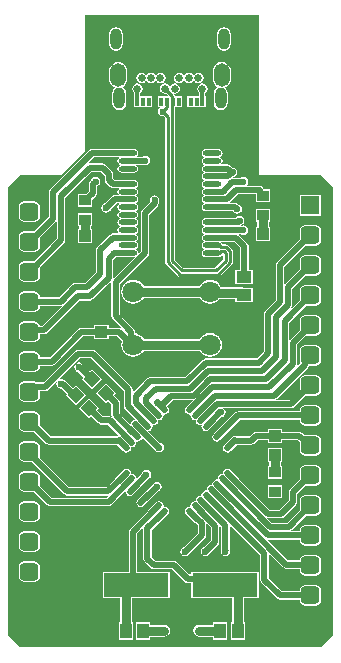
<source format=gtl>
G04*
G04 #@! TF.GenerationSoftware,Altium Limited,Altium Designer,20.0.13 (296)*
G04*
G04 Layer_Physical_Order=1*
G04 Layer_Color=255*
%FSLAX44Y44*%
%MOMM*%
G71*
G01*
G75*
%ADD10C,0.2500*%
%ADD14R,1.3000X1.0000*%
%ADD15R,1.0000X1.0000*%
%ADD16O,1.5500X0.5000*%
%ADD17R,5.5000X2.0000*%
G04:AMPARAMS|DCode=18|XSize=0.55mm|YSize=1.45mm|CornerRadius=0mm|HoleSize=0mm|Usage=FLASHONLY|Rotation=45.000|XOffset=0mm|YOffset=0mm|HoleType=Round|Shape=Round|*
%AMOVALD18*
21,1,0.9000,0.5500,0.0000,0.0000,135.0*
1,1,0.5500,0.3182,-0.3182*
1,1,0.5500,-0.3182,0.3182*
%
%ADD18OVALD18*%

G04:AMPARAMS|DCode=19|XSize=0.55mm|YSize=1.45mm|CornerRadius=0mm|HoleSize=0mm|Usage=FLASHONLY|Rotation=135.000|XOffset=0mm|YOffset=0mm|HoleType=Round|Shape=Round|*
%AMOVALD19*
21,1,0.9000,0.5500,0.0000,0.0000,225.0*
1,1,0.5500,0.3182,0.3182*
1,1,0.5500,-0.3182,-0.3182*
%
%ADD19OVALD19*%

%ADD20P,1.4142X4X90.0*%
%ADD21R,0.3300X0.7300*%
%ADD22R,1.0000X0.9000*%
%ADD23R,1.0000X1.3000*%
%ADD40C,0.5000*%
%ADD41C,0.3000*%
%ADD42C,0.8000*%
%ADD43C,0.2540*%
%ADD44C,1.8000*%
%ADD45R,1.5000X1.5000*%
G04:AMPARAMS|DCode=46|XSize=1.6mm|YSize=1.5mm|CornerRadius=0.375mm|HoleSize=0mm|Usage=FLASHONLY|Rotation=180.000|XOffset=0mm|YOffset=0mm|HoleType=Round|Shape=RoundedRectangle|*
%AMROUNDEDRECTD46*
21,1,1.6000,0.7500,0,0,180.0*
21,1,0.8500,1.5000,0,0,180.0*
1,1,0.7500,-0.4250,0.3750*
1,1,0.7500,0.4250,0.3750*
1,1,0.7500,0.4250,-0.3750*
1,1,0.7500,-0.4250,-0.3750*
%
%ADD46ROUNDEDRECTD46*%
%ADD47O,1.3300X1.9800*%
%ADD48C,0.6800*%
%ADD49O,0.9500X1.8000*%
%ADD50C,0.6000*%
G36*
X217000Y405000D02*
X270000Y405000D01*
X280000Y395000D01*
Y15000D01*
X270000Y5000D01*
X15000D01*
X10000Y10000D01*
X5000Y15000D01*
Y395000D01*
X15000Y405000D01*
X50000Y405000D01*
X70000Y425000D01*
X70000Y540000D01*
X217000D01*
Y405000D01*
D02*
G37*
%LPC*%
G36*
X187750Y530113D02*
X185506Y529666D01*
X183605Y528396D01*
X182334Y526493D01*
X181887Y524250D01*
Y515750D01*
X182334Y513507D01*
X183605Y511604D01*
X185506Y510334D01*
X187750Y509887D01*
X189993Y510334D01*
X191896Y511604D01*
X193166Y513507D01*
X193613Y515750D01*
Y524250D01*
X193166Y526493D01*
X191896Y528396D01*
X189993Y529666D01*
X187750Y530113D01*
D02*
G37*
G36*
X96250D02*
X94006Y529666D01*
X92105Y528396D01*
X90834Y526493D01*
X90387Y524250D01*
Y515750D01*
X90834Y513507D01*
X92105Y511604D01*
X94006Y510334D01*
X96250Y509887D01*
X98493Y510334D01*
X100395Y511604D01*
X101666Y513507D01*
X102113Y515750D01*
Y524250D01*
X101666Y526493D01*
X100395Y528396D01*
X98493Y529666D01*
X96250Y530113D01*
D02*
G37*
G36*
X134000Y491486D02*
X132283Y491145D01*
X130828Y490172D01*
X130000Y488933D01*
X129172Y490172D01*
X127717Y491145D01*
X126000Y491486D01*
X124283Y491145D01*
X122828Y490172D01*
X122000Y488933D01*
X121172Y490172D01*
X119717Y491145D01*
X118000Y491486D01*
X116283Y491145D01*
X114828Y490172D01*
X113855Y488717D01*
X113514Y487000D01*
X113855Y485283D01*
X114828Y483828D01*
X116283Y482855D01*
X118000Y482514D01*
X119717Y482855D01*
X121172Y483828D01*
X122000Y485067D01*
X122828Y483828D01*
X124283Y482855D01*
X126000Y482514D01*
X127717Y482855D01*
X129172Y483828D01*
X130000Y485067D01*
X130828Y483828D01*
X132283Y482855D01*
X134000Y482514D01*
X135717Y482855D01*
X137172Y483828D01*
X138145Y485283D01*
X138486Y487000D01*
X138145Y488717D01*
X137172Y490172D01*
X135717Y491145D01*
X134000Y491486D01*
D02*
G37*
G36*
X166000D02*
X164283Y491145D01*
X162828Y490172D01*
X162000Y488933D01*
X161172Y490172D01*
X159717Y491145D01*
X158000Y491486D01*
X156283Y491145D01*
X154828Y490172D01*
X154000Y488933D01*
X153172Y490172D01*
X151717Y491145D01*
X150000Y491486D01*
X148283Y491145D01*
X146828Y490172D01*
X145855Y488717D01*
X145514Y487000D01*
X145855Y485283D01*
X146828Y483828D01*
X148283Y482855D01*
X150000Y482514D01*
X151717Y482855D01*
X153172Y483828D01*
X154000Y485067D01*
X154828Y483828D01*
X156283Y482855D01*
X158000Y482514D01*
X159717Y482855D01*
X161172Y483828D01*
X162000Y485067D01*
X162828Y483828D01*
X164283Y482855D01*
X166000Y482514D01*
X167717Y482855D01*
X169172Y483828D01*
X170145Y485283D01*
X170486Y487000D01*
X170145Y488717D01*
X169172Y490172D01*
X167717Y491145D01*
X166000Y491486D01*
D02*
G37*
G36*
X146000Y482486D02*
X144283Y482145D01*
X142828Y481172D01*
X142000Y479933D01*
X141172Y481172D01*
X139717Y482145D01*
X138000Y482486D01*
X136283Y482145D01*
X134828Y481172D01*
X133855Y479717D01*
X133514Y478000D01*
X133855Y476283D01*
X134828Y474828D01*
X136283Y473855D01*
X138000Y473514D01*
X138996Y473712D01*
X141158Y471550D01*
X131850D01*
Y462250D01*
X134676D01*
X134439Y462203D01*
X133116Y461319D01*
X132232Y459996D01*
X131922Y458435D01*
X132232Y456874D01*
X133116Y455551D01*
X134439Y454667D01*
X136000Y454357D01*
X136672Y454490D01*
X137915Y453246D01*
Y330764D01*
X138092Y329878D01*
X138593Y329127D01*
X148897Y318824D01*
X149399Y318488D01*
X149648Y318322D01*
X150534Y318146D01*
X182386D01*
X183272Y318322D01*
X184023Y318824D01*
X194487Y329287D01*
X194988Y330038D01*
X195165Y330924D01*
Y340208D01*
X194988Y341094D01*
X194822Y341343D01*
X194487Y341845D01*
X190925Y345407D01*
X190174Y345908D01*
X189288Y346085D01*
X186403D01*
X186297Y346616D01*
X185523Y347773D01*
X184913Y348181D01*
X196772D01*
X201431Y343522D01*
Y324500D01*
X197500D01*
Y312500D01*
X212500D01*
Y324500D01*
X208569D01*
Y345000D01*
X208297Y346366D01*
X207523Y347523D01*
X200773Y354273D01*
X200163Y354681D01*
X201767D01*
X202439Y354232D01*
X204000Y353922D01*
X205561Y354232D01*
X206884Y355116D01*
X207768Y356439D01*
X208078Y358000D01*
X207768Y359561D01*
X206884Y360884D01*
X205561Y361768D01*
X204000Y362078D01*
X202694Y361819D01*
X201663D01*
X202163Y362153D01*
X202561Y362232D01*
X203884Y363116D01*
X204768Y364439D01*
X205078Y366000D01*
X204768Y367561D01*
X203884Y368884D01*
X202561Y369768D01*
X201000Y370078D01*
X199439Y369768D01*
X198116Y368884D01*
X197738Y368319D01*
X172500D01*
X171134Y368047D01*
X169977Y367273D01*
X169203Y366116D01*
X168931Y364750D01*
X169203Y363384D01*
X169977Y362227D01*
X171064Y361500D01*
X169977Y360773D01*
X169203Y359616D01*
X168931Y358250D01*
X169203Y356884D01*
X169977Y355727D01*
X171064Y355000D01*
X169977Y354273D01*
X169203Y353116D01*
X168931Y351750D01*
X169203Y350384D01*
X169977Y349227D01*
X171064Y348500D01*
X169977Y347773D01*
X169203Y346616D01*
X168931Y345250D01*
X169203Y343884D01*
X169977Y342727D01*
X171064Y342000D01*
X169977Y341273D01*
X169203Y340116D01*
X168931Y338750D01*
X169203Y337384D01*
X169977Y336227D01*
X171134Y335453D01*
X172500Y335181D01*
X183000D01*
X184366Y335453D01*
X185523Y336227D01*
X186297Y337384D01*
X186403Y337915D01*
X186863D01*
X186996Y337783D01*
Y333349D01*
X179961Y326315D01*
X152959D01*
X146084Y333189D01*
Y462250D01*
X152150D01*
Y471550D01*
X146434D01*
Y471861D01*
X146258Y472747D01*
X145757Y473498D01*
X145676Y473578D01*
X146000Y473514D01*
X147717Y473855D01*
X149172Y474828D01*
X150145Y476283D01*
X150486Y478000D01*
X150145Y479717D01*
X149172Y481172D01*
X147717Y482145D01*
X146000Y482486D01*
D02*
G37*
G36*
X169500D02*
X167783Y482145D01*
X166328Y481172D01*
X165355Y479717D01*
X165014Y478000D01*
X165355Y476283D01*
X166328Y474828D01*
X166951Y474411D01*
Y471550D01*
X156850D01*
Y462250D01*
X172150D01*
Y471550D01*
X172049D01*
Y474411D01*
X172672Y474828D01*
X173645Y476283D01*
X173986Y478000D01*
X173645Y479717D01*
X172672Y481172D01*
X171217Y482145D01*
X169500Y482486D01*
D02*
G37*
G36*
X114500D02*
X112783Y482145D01*
X111328Y481172D01*
X110355Y479717D01*
X110014Y478000D01*
X110355Y476283D01*
X111328Y474828D01*
X111951Y474411D01*
Y471550D01*
X111850D01*
Y462250D01*
X127150D01*
Y471550D01*
X117049D01*
Y474411D01*
X117672Y474828D01*
X118645Y476283D01*
X118986Y478000D01*
X118645Y479717D01*
X117672Y481172D01*
X116217Y482145D01*
X114500Y482486D01*
D02*
G37*
G36*
X185900Y500466D02*
X183903Y500203D01*
X182042Y499432D01*
X180444Y498206D01*
X179218Y496608D01*
X178447Y494747D01*
X178184Y492750D01*
Y486250D01*
X178447Y484253D01*
X179218Y482392D01*
X180444Y480794D01*
X182042Y479568D01*
X182638Y479321D01*
X180805Y478096D01*
X179534Y476194D01*
X179087Y473950D01*
Y465450D01*
X179534Y463206D01*
X180805Y461305D01*
X182706Y460034D01*
X184950Y459587D01*
X187194Y460034D01*
X189095Y461305D01*
X190366Y463206D01*
X190813Y465450D01*
Y473950D01*
X190366Y476194D01*
X189095Y478096D01*
X187989Y478835D01*
X189758Y479568D01*
X191356Y480794D01*
X192582Y482392D01*
X193353Y484253D01*
X193616Y486250D01*
Y492750D01*
X193353Y494747D01*
X192582Y496608D01*
X191356Y498206D01*
X189758Y499432D01*
X187897Y500203D01*
X185900Y500466D01*
D02*
G37*
G36*
X98100D02*
X96103Y500203D01*
X94242Y499432D01*
X92644Y498206D01*
X91418Y496608D01*
X90647Y494747D01*
X90384Y492750D01*
Y486250D01*
X90647Y484253D01*
X91418Y482392D01*
X92644Y480794D01*
X94242Y479568D01*
X96011Y478835D01*
X94904Y478096D01*
X93634Y476194D01*
X93187Y473950D01*
Y465450D01*
X93634Y463206D01*
X94904Y461305D01*
X96806Y460034D01*
X99050Y459587D01*
X101293Y460034D01*
X103195Y461305D01*
X104466Y463206D01*
X104913Y465450D01*
Y473950D01*
X104466Y476194D01*
X103195Y478096D01*
X101362Y479321D01*
X101958Y479568D01*
X103556Y480794D01*
X104782Y482392D01*
X105553Y484253D01*
X105816Y486250D01*
Y492750D01*
X105553Y494747D01*
X104782Y496608D01*
X103556Y498206D01*
X101958Y499432D01*
X100097Y500203D01*
X98100Y500466D01*
D02*
G37*
G36*
X111500Y426819D02*
X76250D01*
X74884Y426547D01*
X73727Y425773D01*
X40477Y392523D01*
X39703Y391366D01*
X39431Y390000D01*
Y369378D01*
X27046Y356993D01*
X18750D01*
X16897Y356624D01*
X15325Y355574D01*
X14276Y354003D01*
X13907Y352150D01*
Y344650D01*
X14276Y342797D01*
X15325Y341226D01*
X16897Y340176D01*
X18750Y339807D01*
X27250D01*
X29103Y340176D01*
X30675Y341226D01*
X31724Y342797D01*
X32093Y344650D01*
Y351946D01*
X45523Y365377D01*
X46297Y366534D01*
X46431Y367211D01*
Y350978D01*
X27046Y331593D01*
X18750D01*
X16897Y331224D01*
X15325Y330174D01*
X14276Y328603D01*
X13907Y326750D01*
Y319250D01*
X14276Y317397D01*
X15325Y315826D01*
X16897Y314776D01*
X18750Y314407D01*
X27250D01*
X29103Y314776D01*
X30675Y315826D01*
X31724Y317397D01*
X32093Y319250D01*
Y326546D01*
X52523Y346977D01*
X53297Y348134D01*
X53569Y349500D01*
Y385522D01*
X75478Y407431D01*
X83522D01*
X87056Y403897D01*
Y400625D01*
X87328Y399259D01*
X88102Y398102D01*
X91477Y394727D01*
X92634Y393953D01*
X94000Y393681D01*
X99087D01*
X98477Y393273D01*
X97703Y392116D01*
X97431Y390750D01*
X97703Y389384D01*
X98477Y388227D01*
X99087Y387819D01*
X95521D01*
X94155Y387547D01*
X92997Y386773D01*
X87129Y380905D01*
X86439Y380768D01*
X85116Y379884D01*
X84232Y378561D01*
X83922Y377000D01*
X84232Y375439D01*
X85116Y374116D01*
X86439Y373232D01*
X88000Y372922D01*
X89561Y373232D01*
X90884Y374116D01*
X91768Y375439D01*
X91771Y375453D01*
X96999Y380681D01*
X99087D01*
X98477Y380273D01*
X97703Y379116D01*
X97431Y377750D01*
X97703Y376384D01*
X98477Y375227D01*
X99564Y374500D01*
X98477Y373773D01*
X97703Y372616D01*
X97431Y371250D01*
X97703Y369884D01*
X98477Y368727D01*
X99564Y368000D01*
X98477Y367273D01*
X97703Y366116D01*
X97431Y364750D01*
X97703Y363384D01*
X98477Y362227D01*
X99564Y361500D01*
X98477Y360773D01*
X97703Y359616D01*
X97431Y358250D01*
X97703Y356884D01*
X98477Y355727D01*
X99087Y355319D01*
X93750D01*
X92384Y355047D01*
X91227Y354273D01*
X80477Y343523D01*
X79703Y342366D01*
X79431Y341000D01*
Y322478D01*
X70522Y313569D01*
X62000D01*
X60634Y313297D01*
X59477Y312523D01*
X48122Y301169D01*
X32093D01*
Y301350D01*
X31724Y303203D01*
X30675Y304774D01*
X29103Y305824D01*
X27250Y306193D01*
X18750D01*
X16897Y305824D01*
X15325Y304774D01*
X14276Y303203D01*
X13907Y301350D01*
Y293850D01*
X14276Y291997D01*
X15325Y290425D01*
X16897Y289376D01*
X18750Y289007D01*
X27250D01*
X29103Y289376D01*
X30675Y290425D01*
X31724Y291997D01*
X32093Y293850D01*
Y294031D01*
X49600D01*
X50966Y294303D01*
X51842Y294888D01*
X34077Y277124D01*
X31860D01*
X31724Y277803D01*
X30675Y279375D01*
X29103Y280424D01*
X27250Y280793D01*
X18750D01*
X16897Y280424D01*
X15325Y279375D01*
X14276Y277803D01*
X13907Y275950D01*
Y268450D01*
X14276Y266597D01*
X15325Y265026D01*
X16897Y263976D01*
X18750Y263607D01*
X27250D01*
X29103Y263976D01*
X30675Y265026D01*
X31724Y266597D01*
X32093Y268450D01*
Y269986D01*
X35555D01*
X36921Y270258D01*
X38078Y271032D01*
X65478Y298431D01*
X74000D01*
X75366Y298703D01*
X76523Y299477D01*
X92523Y315477D01*
X93297Y316634D01*
X93569Y318000D01*
Y332522D01*
X96228Y335181D01*
X111500D01*
X112292Y335339D01*
X93477Y316523D01*
X92703Y315366D01*
X92431Y314000D01*
Y285000D01*
X92703Y283634D01*
X93477Y282477D01*
X105264Y270689D01*
Y270448D01*
X101189Y274523D01*
X100031Y275297D01*
X98666Y275569D01*
X90000D01*
Y278000D01*
X78000D01*
Y275569D01*
X67000D01*
X65634Y275297D01*
X64477Y274523D01*
X40322Y250369D01*
X32093D01*
Y250550D01*
X31724Y252403D01*
X30675Y253974D01*
X29103Y255024D01*
X27250Y255393D01*
X18750D01*
X16897Y255024D01*
X15325Y253974D01*
X14276Y252403D01*
X13907Y250550D01*
Y243050D01*
X14276Y241197D01*
X15325Y239625D01*
X16897Y238576D01*
X18750Y238207D01*
X27250D01*
X29103Y238576D01*
X30675Y239625D01*
X31724Y241197D01*
X32093Y243050D01*
Y243231D01*
X41800D01*
X43166Y243503D01*
X44323Y244277D01*
X68478Y268431D01*
X78000D01*
Y266000D01*
X90000D01*
Y268431D01*
X97187D01*
X101477Y264142D01*
X101257Y263610D01*
X100914Y261000D01*
X101257Y258389D01*
X102265Y255957D01*
X103868Y253868D01*
X105957Y252265D01*
X108390Y251257D01*
X111000Y250914D01*
X113610Y251257D01*
X116043Y252265D01*
X118132Y253868D01*
X119693Y255902D01*
X167307D01*
X168868Y253868D01*
X170957Y252265D01*
X173389Y251257D01*
X176000Y250914D01*
X178610Y251257D01*
X181043Y252265D01*
X183132Y253868D01*
X184735Y255957D01*
X185743Y258389D01*
X186086Y261000D01*
X185743Y263610D01*
X184735Y266043D01*
X183132Y268132D01*
X181043Y269735D01*
X178610Y270743D01*
X176000Y271086D01*
X173389Y270743D01*
X170957Y269735D01*
X168868Y268132D01*
X167307Y266098D01*
X119693D01*
X118132Y268132D01*
X116043Y269735D01*
X113610Y270743D01*
X112401Y270902D01*
Y272167D01*
X112130Y273533D01*
X111356Y274691D01*
X99569Y286478D01*
Y312522D01*
X123184Y336138D01*
X123958Y337295D01*
X124230Y338661D01*
Y370977D01*
X131523Y378271D01*
X132297Y379428D01*
X132569Y380794D01*
Y381641D01*
X132768Y381939D01*
X133078Y383500D01*
X132768Y385061D01*
X131884Y386384D01*
X130561Y387268D01*
X129000Y387578D01*
X127439Y387268D01*
X126116Y386384D01*
X125232Y385061D01*
X124922Y383500D01*
X125210Y382051D01*
X118138Y374978D01*
X117364Y373821D01*
X117093Y372455D01*
Y340139D01*
X114911Y337958D01*
X115069Y338750D01*
X114797Y340116D01*
X114023Y341273D01*
X112936Y342000D01*
X114023Y342727D01*
X114797Y343884D01*
X115069Y345250D01*
X114797Y346616D01*
X114023Y347773D01*
X112936Y348500D01*
X114023Y349227D01*
X114797Y350384D01*
X115069Y351750D01*
X114797Y353116D01*
X114023Y354273D01*
X112936Y355000D01*
X114023Y355727D01*
X114797Y356884D01*
X115069Y358250D01*
X114797Y359616D01*
X114023Y360773D01*
X112936Y361500D01*
X114023Y362227D01*
X114797Y363384D01*
X115069Y364750D01*
X114797Y366116D01*
X114023Y367273D01*
X112936Y368000D01*
X114023Y368727D01*
X114797Y369884D01*
X115069Y371250D01*
X114797Y372616D01*
X114023Y373773D01*
X112936Y374500D01*
X114023Y375227D01*
X114797Y376384D01*
X115069Y377750D01*
X114797Y379116D01*
X114023Y380273D01*
X112936Y381000D01*
X114023Y381727D01*
X114797Y382884D01*
X115069Y384250D01*
X114797Y385616D01*
X114023Y386773D01*
X112936Y387500D01*
X114023Y388227D01*
X114797Y389384D01*
X115069Y390750D01*
X114797Y392116D01*
X114023Y393273D01*
X112936Y394000D01*
X114023Y394727D01*
X114797Y395884D01*
X115069Y397250D01*
X114797Y398616D01*
X114023Y399773D01*
X112866Y400547D01*
X111500Y400819D01*
X95478D01*
X94194Y402103D01*
Y405375D01*
X93922Y406741D01*
X93148Y407898D01*
X87523Y413523D01*
X86366Y414297D01*
X85000Y414569D01*
X74000D01*
X72634Y414297D01*
X71758Y413712D01*
X77728Y419681D01*
X99087D01*
X98477Y419273D01*
X97703Y418116D01*
X97431Y416750D01*
X97703Y415384D01*
X98477Y414227D01*
X99564Y413500D01*
X98477Y412773D01*
X97703Y411616D01*
X97431Y410250D01*
X97703Y408884D01*
X98477Y407727D01*
X99634Y406953D01*
X101000Y406681D01*
X111500D01*
X112866Y406953D01*
X114023Y407727D01*
X114797Y408884D01*
X115069Y410250D01*
X114797Y411616D01*
X114023Y412773D01*
X113413Y413181D01*
X119694D01*
X121000Y412922D01*
X122561Y413232D01*
X123884Y414116D01*
X124768Y415439D01*
X125078Y417000D01*
X124768Y418561D01*
X123884Y419884D01*
X122561Y420768D01*
X121000Y421078D01*
X119439Y420768D01*
X118767Y420319D01*
X113413D01*
X114023Y420727D01*
X114797Y421884D01*
X115069Y423250D01*
X114797Y424616D01*
X114023Y425773D01*
X112866Y426547D01*
X111500Y426819D01*
D02*
G37*
G36*
X183000D02*
X172500D01*
X171134Y426547D01*
X169977Y425773D01*
X169203Y424616D01*
X168931Y423250D01*
X169203Y421884D01*
X169977Y420727D01*
X171064Y420000D01*
X169977Y419273D01*
X169203Y418116D01*
X168931Y416750D01*
X169203Y415384D01*
X169977Y414227D01*
X171064Y413500D01*
X169977Y412773D01*
X169203Y411616D01*
X168931Y410250D01*
X169203Y408884D01*
X169977Y407727D01*
X171064Y407000D01*
X169977Y406273D01*
X169203Y405116D01*
X168931Y403750D01*
X169203Y402384D01*
X169977Y401227D01*
X171064Y400500D01*
X169977Y399773D01*
X169203Y398616D01*
X168931Y397250D01*
X169203Y395884D01*
X169977Y394727D01*
X171064Y394000D01*
X169977Y393273D01*
X169203Y392116D01*
X168931Y390750D01*
X169203Y389384D01*
X169977Y388227D01*
X171064Y387500D01*
X169977Y386773D01*
X169203Y385616D01*
X168931Y384250D01*
X169203Y382884D01*
X169977Y381727D01*
X171064Y381000D01*
X169977Y380273D01*
X169203Y379116D01*
X168931Y377750D01*
X169203Y376384D01*
X169977Y375227D01*
X171134Y374453D01*
X172500Y374181D01*
X195404D01*
X196116Y373116D01*
X197439Y372232D01*
X199000Y371922D01*
X200561Y372232D01*
X201884Y373116D01*
X202768Y374439D01*
X203078Y376000D01*
X202768Y377561D01*
X201884Y378884D01*
X200561Y379768D01*
X199871Y379905D01*
X199503Y380273D01*
X198345Y381047D01*
X196979Y381319D01*
X192163D01*
X192773Y381727D01*
X199478Y388431D01*
X215000D01*
Y381750D01*
X227000D01*
Y392750D01*
X221834D01*
X221797Y392937D01*
X221023Y394094D01*
X220594Y394523D01*
X219437Y395297D01*
X218071Y395569D01*
X206064D01*
X206884Y396116D01*
X207768Y397439D01*
X208078Y399000D01*
X207768Y400561D01*
X206884Y401884D01*
X205561Y402768D01*
X204000Y403078D01*
X202439Y402768D01*
X201855Y402377D01*
X194939D01*
X195603Y403042D01*
X196561Y403232D01*
X197884Y404116D01*
X198768Y405439D01*
X199078Y407000D01*
X198768Y408561D01*
X197884Y409884D01*
X196561Y410768D01*
X195125Y411053D01*
X193405Y412773D01*
X192248Y413547D01*
X190882Y413819D01*
X184913D01*
X185523Y414227D01*
X186297Y415384D01*
X186569Y416750D01*
X186297Y418116D01*
X185523Y419273D01*
X184436Y420000D01*
X185523Y420727D01*
X186297Y421884D01*
X186569Y423250D01*
X186297Y424616D01*
X185523Y425773D01*
X184366Y426547D01*
X183000Y426819D01*
D02*
G37*
G36*
X79000Y403078D02*
X77439Y402768D01*
X76116Y401884D01*
X75232Y400561D01*
X75162Y400209D01*
X74563Y399610D01*
X73790Y398452D01*
X73518Y397087D01*
Y391315D01*
X70953Y388750D01*
X64000D01*
Y377750D01*
X76000D01*
Y383703D01*
X79610Y387313D01*
X80384Y388471D01*
X80655Y389837D01*
Y395295D01*
X81884Y396116D01*
X82768Y397439D01*
X83078Y399000D01*
X82768Y400561D01*
X81884Y401884D01*
X80561Y402768D01*
X79000Y403078D01*
D02*
G37*
G36*
X269500Y387500D02*
X252500D01*
Y370500D01*
X269500D01*
Y387500D01*
D02*
G37*
G36*
X27250Y382393D02*
X18750D01*
X16897Y382024D01*
X15325Y380975D01*
X14276Y379403D01*
X13907Y377550D01*
Y370050D01*
X14276Y368197D01*
X15325Y366626D01*
X16897Y365576D01*
X18750Y365207D01*
X27250D01*
X29103Y365576D01*
X30675Y366626D01*
X31724Y368197D01*
X32093Y370050D01*
Y377550D01*
X31724Y379403D01*
X30675Y380975D01*
X29103Y382024D01*
X27250Y382393D01*
D02*
G37*
G36*
X227000Y376250D02*
X215000D01*
Y365250D01*
X215902D01*
Y361000D01*
X215000D01*
Y349000D01*
X227000D01*
Y361000D01*
X226098D01*
Y365250D01*
X227000D01*
Y376250D01*
D02*
G37*
G36*
X76000Y372250D02*
X64000D01*
Y361250D01*
X64902D01*
Y359000D01*
X64000D01*
Y347000D01*
X76000D01*
Y359000D01*
X75098D01*
Y361250D01*
X76000D01*
Y372250D01*
D02*
G37*
G36*
X176000Y316086D02*
X173389Y315743D01*
X170957Y314735D01*
X168868Y313132D01*
X167307Y311098D01*
X119693D01*
X118132Y313132D01*
X116043Y314735D01*
X113610Y315743D01*
X111000Y316086D01*
X108390Y315743D01*
X105957Y314735D01*
X103868Y313132D01*
X102265Y311043D01*
X101257Y308610D01*
X100914Y306000D01*
X101257Y303389D01*
X102265Y300957D01*
X103868Y298868D01*
X105957Y297265D01*
X108390Y296257D01*
X111000Y295914D01*
X113610Y296257D01*
X116043Y297265D01*
X118132Y298868D01*
X119693Y300902D01*
X167307D01*
X168868Y298868D01*
X170957Y297265D01*
X173389Y296257D01*
X176000Y295914D01*
X178610Y296257D01*
X181043Y297265D01*
X183132Y298868D01*
X183542Y299402D01*
X197500D01*
Y297500D01*
X212500D01*
Y309500D01*
X204492D01*
X204000Y309598D01*
X185334D01*
X184735Y311043D01*
X183132Y313132D01*
X181043Y314735D01*
X178610Y315743D01*
X176000Y316086D01*
D02*
G37*
G36*
X65000Y246078D02*
X63439Y245768D01*
X62116Y244884D01*
X61232Y243561D01*
X60922Y242000D01*
X61232Y240439D01*
X62116Y239116D01*
X63439Y238232D01*
X64415Y238038D01*
X69327Y233126D01*
X67858Y231657D01*
X76343Y223172D01*
X84828Y231657D01*
X76343Y240142D01*
X74374Y238173D01*
X68329Y244218D01*
X67884Y244884D01*
X66561Y245768D01*
X65000Y246078D01*
D02*
G37*
G36*
X265250Y362193D02*
X256750D01*
X254897Y361824D01*
X253326Y360774D01*
X252276Y359203D01*
X251907Y357350D01*
Y350054D01*
X232719Y330866D01*
X231946Y329708D01*
X231674Y328343D01*
Y298721D01*
X222477Y289523D01*
X221703Y288366D01*
X221431Y287000D01*
Y255478D01*
X215522Y249569D01*
X172515D01*
X171149Y249297D01*
X169991Y248523D01*
X155037Y233569D01*
X125000D01*
X123634Y233297D01*
X122477Y232523D01*
X110477Y220523D01*
X110367Y220359D01*
Y223202D01*
X110095Y224568D01*
X109321Y225725D01*
X79523Y255523D01*
X78366Y256297D01*
X77000Y256569D01*
X64000D01*
X62634Y256297D01*
X61477Y255523D01*
X35150Y229197D01*
X29743D01*
X29103Y229624D01*
X27250Y229993D01*
X18750D01*
X16897Y229624D01*
X15325Y228575D01*
X14276Y227003D01*
X13907Y225150D01*
Y217650D01*
X14276Y215797D01*
X15325Y214226D01*
X16897Y213176D01*
X18750Y212807D01*
X27250D01*
X29103Y213176D01*
X30675Y214226D01*
X31724Y215797D01*
X32093Y217650D01*
Y222060D01*
X36628D01*
X37994Y222331D01*
X39152Y223105D01*
X65478Y249431D01*
X75522D01*
X103230Y221724D01*
Y208798D01*
X103501Y207432D01*
X104275Y206275D01*
X113047Y197503D01*
X112645Y197583D01*
X111181Y197292D01*
X109941Y196463D01*
X109112Y195222D01*
X108821Y193759D01*
X108901Y193357D01*
X99569Y202690D01*
Y212000D01*
X99297Y213366D01*
X98523Y214523D01*
X94423Y218624D01*
X96142Y220343D01*
X87657Y228829D01*
X79172Y220343D01*
X87657Y211858D01*
X89376Y213577D01*
X92431Y210522D01*
Y201211D01*
X92648Y200121D01*
X92385Y200297D01*
X91019Y200569D01*
X85478D01*
X80423Y205624D01*
X82142Y207343D01*
X73657Y215828D01*
X65171Y207343D01*
X73657Y198858D01*
X75376Y200577D01*
X81477Y194477D01*
X82634Y193703D01*
X84000Y193431D01*
X89541D01*
X99258Y183714D01*
X98856Y183794D01*
X97575Y183539D01*
X41007D01*
X32093Y192454D01*
Y199750D01*
X31724Y201603D01*
X30675Y203174D01*
X29103Y204224D01*
X27250Y204593D01*
X18750D01*
X16897Y204224D01*
X15325Y203174D01*
X14276Y201603D01*
X13907Y199750D01*
Y192250D01*
X14276Y190397D01*
X15325Y188825D01*
X16897Y187776D01*
X18750Y187407D01*
X27046D01*
X37006Y177447D01*
X38164Y176674D01*
X39529Y176402D01*
X97017D01*
X102516Y170903D01*
X103757Y170074D01*
X105220Y169783D01*
X106683Y170074D01*
X107924Y170903D01*
X108752Y172143D01*
X109044Y173607D01*
X108852Y174571D01*
X109816Y174379D01*
X111279Y174670D01*
X112520Y175499D01*
X113349Y176740D01*
X113640Y178203D01*
X113448Y179167D01*
X114412Y178976D01*
X115876Y179267D01*
X117116Y180095D01*
X117945Y181336D01*
X118236Y182799D01*
X118122Y183370D01*
X129593Y171900D01*
X130116Y171116D01*
X131439Y170232D01*
X133000Y169922D01*
X134561Y170232D01*
X135884Y171116D01*
X136768Y172439D01*
X137078Y174000D01*
X136768Y175561D01*
X135884Y176884D01*
X134561Y177768D01*
X133633Y177952D01*
X123371Y188214D01*
X123605Y188168D01*
X125068Y188459D01*
X126308Y189288D01*
X127137Y190528D01*
X127428Y191991D01*
X127236Y192956D01*
X128201Y192764D01*
X129664Y193055D01*
X130905Y193884D01*
X131733Y195124D01*
X132024Y196588D01*
X131833Y197552D01*
X132797Y197360D01*
X134260Y197651D01*
X135501Y198480D01*
X136330Y199721D01*
X136621Y201184D01*
X136429Y202148D01*
X137393Y201957D01*
X138856Y202248D01*
X140097Y203076D01*
X140926Y204317D01*
X141217Y205780D01*
X140926Y207243D01*
X140097Y208484D01*
X139438Y209142D01*
X144728Y214431D01*
X161851D01*
X155903Y208484D01*
X155074Y207243D01*
X154783Y205780D01*
X155074Y204317D01*
X155903Y203076D01*
X157143Y202248D01*
X158607Y201957D01*
X159571Y202148D01*
X159379Y201184D01*
X159670Y199721D01*
X160499Y198480D01*
X161740Y197651D01*
X163203Y197360D01*
X164167Y197552D01*
X163976Y196588D01*
X164267Y195124D01*
X165095Y193884D01*
X166336Y193055D01*
X167799Y192764D01*
X168764Y192956D01*
X168572Y191991D01*
X168863Y190528D01*
X169692Y189288D01*
X170932Y188459D01*
X172395Y188168D01*
X173858Y188459D01*
X175099Y189288D01*
X181463Y195652D01*
X181916Y196330D01*
X185633Y200048D01*
X186561Y200232D01*
X187884Y201116D01*
X188768Y202439D01*
X189078Y204000D01*
X188768Y205561D01*
X187884Y206884D01*
X187064Y207431D01*
X244900D01*
X246266Y207703D01*
X247423Y208477D01*
X256954Y218007D01*
X265250D01*
X267103Y218376D01*
X268675Y219426D01*
X269724Y220997D01*
X270093Y222850D01*
Y230350D01*
X269724Y232203D01*
X268675Y233775D01*
X267103Y234824D01*
X265250Y235193D01*
X256750D01*
X254897Y234824D01*
X253326Y233775D01*
X252276Y232203D01*
X251907Y230350D01*
Y223054D01*
X243422Y214569D01*
X230690D01*
X231366Y214703D01*
X232523Y215477D01*
X258795Y241748D01*
X259569Y242906D01*
X259668Y243407D01*
X265250D01*
X267103Y243776D01*
X268675Y244825D01*
X269724Y246397D01*
X270093Y248250D01*
Y255750D01*
X269724Y257603D01*
X268675Y259174D01*
X267103Y260224D01*
X265250Y260593D01*
X256750D01*
X254897Y260224D01*
X253326Y259174D01*
X252276Y257603D01*
X251907Y255750D01*
Y248250D01*
X252276Y246397D01*
X252703Y245757D01*
Y245750D01*
X228522Y221569D01*
X226689D01*
X227366Y221703D01*
X228523Y222477D01*
X248523Y242477D01*
X249297Y243634D01*
X249569Y245000D01*
Y261422D01*
X256954Y268807D01*
X265250D01*
X267103Y269176D01*
X268675Y270226D01*
X269724Y271797D01*
X270093Y273650D01*
Y281150D01*
X269724Y283003D01*
X268675Y284575D01*
X267103Y285624D01*
X265250Y285993D01*
X256750D01*
X254897Y285624D01*
X253326Y284575D01*
X252276Y283003D01*
X251907Y281150D01*
Y273854D01*
X243477Y265423D01*
X242703Y264266D01*
X242569Y263589D01*
Y279822D01*
X256954Y294207D01*
X265250D01*
X267103Y294576D01*
X268675Y295625D01*
X269724Y297197D01*
X270093Y299050D01*
Y306550D01*
X269724Y308403D01*
X268675Y309974D01*
X267103Y311024D01*
X265250Y311393D01*
X256750D01*
X254897Y311024D01*
X253326Y309974D01*
X252276Y308403D01*
X251907Y306550D01*
Y299254D01*
X236477Y283823D01*
X235703Y282666D01*
X235431Y281300D01*
Y249478D01*
X234212Y248258D01*
X234797Y249134D01*
X235069Y250500D01*
Y283022D01*
X244523Y292477D01*
X245297Y293634D01*
X245569Y295000D01*
Y308222D01*
X256954Y319607D01*
X265250D01*
X267103Y319976D01*
X268675Y321026D01*
X269724Y322597D01*
X270093Y324450D01*
Y331950D01*
X269724Y333803D01*
X268675Y335374D01*
X267103Y336424D01*
X265250Y336793D01*
X256750D01*
X254897Y336424D01*
X253326Y335374D01*
X252276Y333803D01*
X251907Y331950D01*
Y324654D01*
X239477Y312223D01*
X238811Y311227D01*
Y326865D01*
X256954Y345007D01*
X265250D01*
X267103Y345376D01*
X268675Y346426D01*
X269724Y347997D01*
X270093Y349850D01*
Y357350D01*
X269724Y359203D01*
X268675Y360774D01*
X267103Y361824D01*
X265250Y362193D01*
D02*
G37*
G36*
X50000Y232078D02*
X48439Y231768D01*
X47116Y230884D01*
X46232Y229561D01*
X45922Y228000D01*
X46232Y226439D01*
X47116Y225116D01*
X48439Y224232D01*
X50000Y223922D01*
X50443Y224010D01*
X54827Y219626D01*
X53858Y218657D01*
X62343Y210172D01*
X70828Y218657D01*
X62343Y227142D01*
X59874Y224673D01*
X54023Y230523D01*
X52866Y231297D01*
X52011Y231467D01*
X51561Y231768D01*
X50000Y232078D01*
D02*
G37*
G36*
X265250Y209793D02*
X256750D01*
X254897Y209424D01*
X253326Y208375D01*
X252276Y206803D01*
X251907Y204950D01*
Y204769D01*
X199989D01*
X198623Y204497D01*
X197465Y203723D01*
X186334Y192592D01*
X185248Y191866D01*
X178884Y185503D01*
X178055Y184262D01*
X177764Y182799D01*
X178055Y181336D01*
X178884Y180095D01*
X180124Y179267D01*
X181588Y178976D01*
X183051Y179267D01*
X184291Y180095D01*
X190655Y186459D01*
X191381Y187546D01*
X201467Y197631D01*
X251907D01*
Y197450D01*
X252276Y195597D01*
X253326Y194025D01*
X254897Y192976D01*
X256750Y192607D01*
X265250D01*
X267103Y192976D01*
X268675Y194025D01*
X269724Y195597D01*
X270093Y197450D01*
Y204950D01*
X269724Y206803D01*
X268675Y208375D01*
X267103Y209424D01*
X265250Y209793D01*
D02*
G37*
G36*
X237000Y190000D02*
X225000D01*
Y187569D01*
X214904D01*
X213539Y187297D01*
X212381Y186523D01*
X209397Y183539D01*
X198425D01*
X197144Y183794D01*
X195681Y183503D01*
X194440Y182674D01*
X188076Y176310D01*
X187248Y175070D01*
X186957Y173607D01*
X187248Y172143D01*
X188076Y170903D01*
X189317Y170074D01*
X190780Y169783D01*
X192243Y170074D01*
X193484Y170903D01*
X198983Y176402D01*
X210875D01*
X212241Y176674D01*
X213398Y177447D01*
X216382Y180431D01*
X225000D01*
Y178000D01*
X237000D01*
Y180431D01*
X250145D01*
X251907Y178670D01*
Y172050D01*
X252276Y170197D01*
X253326Y168626D01*
X254897Y167576D01*
X256750Y167207D01*
X265250D01*
X267103Y167576D01*
X268675Y168626D01*
X269724Y170197D01*
X270093Y172050D01*
Y179550D01*
X269724Y181403D01*
X268675Y182974D01*
X267103Y184024D01*
X265250Y184393D01*
X256750D01*
X256356Y184315D01*
X254147Y186523D01*
X252989Y187297D01*
X251623Y187569D01*
X237000D01*
Y190000D01*
D02*
G37*
G36*
Y174000D02*
X225000D01*
Y162000D01*
X225902D01*
Y158750D01*
X225000D01*
Y147750D01*
X237000D01*
Y158750D01*
X236098D01*
Y162000D01*
X237000D01*
Y174000D01*
D02*
G37*
G36*
X27250Y179193D02*
X18750D01*
X16897Y178824D01*
X15325Y177775D01*
X14276Y176203D01*
X13907Y174350D01*
Y166850D01*
X14276Y164997D01*
X15325Y163426D01*
X16897Y162376D01*
X18750Y162007D01*
X25032D01*
X25205Y161748D01*
X52477Y134477D01*
X53634Y133703D01*
X55000Y133431D01*
X89827D01*
X90547Y133575D01*
X88541Y131569D01*
X42178D01*
X32093Y141654D01*
Y148950D01*
X31724Y150803D01*
X30675Y152374D01*
X29103Y153424D01*
X27250Y153793D01*
X18750D01*
X16897Y153424D01*
X15325Y152374D01*
X14276Y150803D01*
X13907Y148950D01*
Y141450D01*
X14276Y139597D01*
X15325Y138026D01*
X16897Y136976D01*
X18750Y136607D01*
X27046D01*
X38177Y125477D01*
X39334Y124703D01*
X40700Y124431D01*
X90019D01*
X91385Y124703D01*
X92542Y125477D01*
X104305Y137239D01*
X104225Y136837D01*
X104516Y135374D01*
X105345Y134134D01*
X106585Y133305D01*
X108048Y133014D01*
X109512Y133305D01*
X110752Y134134D01*
X117116Y140497D01*
X117945Y141738D01*
X117958Y141806D01*
X123341Y147188D01*
X123561Y147232D01*
X124884Y148116D01*
X125768Y149439D01*
X126078Y151000D01*
X125768Y152561D01*
X124884Y153884D01*
X123561Y154768D01*
X122000Y155078D01*
X120439Y154768D01*
X119116Y153884D01*
X118232Y152561D01*
X118136Y152077D01*
X113586Y147527D01*
X113640Y147797D01*
X113349Y149260D01*
X112520Y150501D01*
X111279Y151330D01*
X109816Y151621D01*
X108852Y151429D01*
X109044Y152393D01*
X108752Y153857D01*
X107924Y155097D01*
X106683Y155926D01*
X105220Y156217D01*
X103757Y155926D01*
X102516Y155097D01*
X96152Y148733D01*
X95427Y147647D01*
X88349Y140569D01*
X56478D01*
X31778Y165268D01*
X32093Y166850D01*
Y174350D01*
X31724Y176203D01*
X30675Y177775D01*
X29103Y178824D01*
X27250Y179193D01*
D02*
G37*
G36*
X237000Y142250D02*
X225000D01*
Y131250D01*
X237000D01*
Y142250D01*
D02*
G37*
G36*
X131000Y145078D02*
X129439Y144768D01*
X128116Y143884D01*
X127232Y142561D01*
X127229Y142544D01*
X122247Y137562D01*
X122142Y137541D01*
X120901Y136712D01*
X114537Y130348D01*
X113708Y129108D01*
X113417Y127645D01*
X113708Y126181D01*
X114537Y124941D01*
X115778Y124112D01*
X117241Y123821D01*
X118704Y124112D01*
X119944Y124941D01*
X126308Y131305D01*
X126762Y131984D01*
X131874Y137095D01*
X132561Y137232D01*
X133884Y138116D01*
X134768Y139439D01*
X135078Y141000D01*
X134768Y142561D01*
X133884Y143884D01*
X132561Y144768D01*
X131000Y145078D01*
D02*
G37*
G36*
X265250Y158993D02*
X256750D01*
X254897Y158624D01*
X253326Y157575D01*
X252276Y156003D01*
X251907Y154150D01*
Y146854D01*
X243612Y138559D01*
X242839Y137402D01*
X242567Y136036D01*
Y129614D01*
X234522Y121569D01*
X226651D01*
X200573Y147647D01*
X199848Y148733D01*
X193484Y155097D01*
X192243Y155926D01*
X190780Y156217D01*
X189317Y155926D01*
X188076Y155097D01*
X187248Y153857D01*
X186957Y152393D01*
X187148Y151429D01*
X186184Y151621D01*
X184721Y151330D01*
X183480Y150501D01*
X182651Y149260D01*
X182360Y147797D01*
X182552Y146833D01*
X181588Y147024D01*
X180124Y146733D01*
X178884Y145905D01*
X178055Y144664D01*
X177764Y143201D01*
X177956Y142236D01*
X176991Y142428D01*
X175528Y142137D01*
X174288Y141308D01*
X173459Y140068D01*
X173168Y138605D01*
X173360Y137640D01*
X172395Y137832D01*
X170932Y137541D01*
X169692Y136712D01*
X168863Y135472D01*
X168572Y134009D01*
X168764Y133044D01*
X167799Y133236D01*
X166336Y132945D01*
X165095Y132116D01*
X164267Y130876D01*
X163976Y129412D01*
X164167Y128448D01*
X163203Y128640D01*
X161740Y128349D01*
X160499Y127520D01*
X159670Y126279D01*
X159379Y124816D01*
X159571Y123852D01*
X158607Y124044D01*
X157143Y123752D01*
X155903Y122924D01*
X155074Y121683D01*
X154783Y120220D01*
X155074Y118757D01*
X155903Y117516D01*
X162267Y111152D01*
X163353Y110427D01*
X165360Y108420D01*
Y101407D01*
X153791Y89838D01*
X153439Y89768D01*
X152116Y88884D01*
X151232Y87561D01*
X150922Y86000D01*
X151232Y84439D01*
X152116Y83116D01*
X153439Y82232D01*
X155000Y81922D01*
X156561Y82232D01*
X157884Y83116D01*
X158768Y84439D01*
X158838Y84791D01*
X171452Y97406D01*
X172226Y98563D01*
X172498Y99929D01*
Y109898D01*
X172388Y110449D01*
X176431Y106406D01*
Y95478D01*
X170791Y89838D01*
X170439Y89768D01*
X169116Y88884D01*
X168232Y87561D01*
X167922Y86000D01*
X168232Y84439D01*
X169116Y83116D01*
X170439Y82232D01*
X172000Y81922D01*
X173561Y82232D01*
X174884Y83116D01*
X175768Y84439D01*
X175838Y84791D01*
X182523Y91477D01*
X183297Y92634D01*
X183569Y94000D01*
Y107884D01*
X183392Y108773D01*
X185431Y106733D01*
Y87859D01*
X185232Y87561D01*
X184922Y86000D01*
X185232Y84439D01*
X186116Y83116D01*
X187439Y82232D01*
X189000Y81922D01*
X190561Y82232D01*
X191884Y83116D01*
X192768Y84439D01*
X193078Y86000D01*
X192768Y87561D01*
X192569Y87859D01*
Y108211D01*
X192425Y108932D01*
X218431Y82926D01*
Y62000D01*
X218703Y60634D01*
X219477Y59477D01*
X232677Y46277D01*
X233834Y45503D01*
X235200Y45231D01*
X251907D01*
Y45050D01*
X252276Y43197D01*
X253326Y41625D01*
X254897Y40576D01*
X256750Y40207D01*
X265250D01*
X267103Y40576D01*
X268675Y41625D01*
X269724Y43197D01*
X270093Y45050D01*
Y52550D01*
X269724Y54403D01*
X268675Y55974D01*
X267103Y57024D01*
X265250Y57393D01*
X256750D01*
X254897Y57024D01*
X253326Y55974D01*
X252276Y54403D01*
X251907Y52550D01*
Y52369D01*
X236678D01*
X225569Y63478D01*
Y84404D01*
X225425Y85124D01*
X238073Y72477D01*
X239231Y71703D01*
X240596Y71431D01*
X251907D01*
Y70450D01*
X252276Y68597D01*
X253326Y67025D01*
X254897Y65976D01*
X256750Y65607D01*
X265250D01*
X267103Y65976D01*
X268675Y67025D01*
X269724Y68597D01*
X270093Y70450D01*
Y77950D01*
X269724Y79803D01*
X268675Y81375D01*
X267103Y82424D01*
X265250Y82793D01*
X256750D01*
X254897Y82424D01*
X253326Y81375D01*
X252276Y79803D01*
X252030Y78569D01*
X242074D01*
X224468Y96175D01*
X225189Y96031D01*
X251907D01*
Y95850D01*
X252276Y93997D01*
X253326Y92425D01*
X254897Y91376D01*
X256750Y91007D01*
X265250D01*
X267103Y91376D01*
X268675Y92425D01*
X269724Y93997D01*
X270093Y95850D01*
Y103350D01*
X269724Y105203D01*
X268675Y106775D01*
X267103Y107824D01*
X265250Y108193D01*
X256750D01*
X254897Y107824D01*
X253326Y106775D01*
X252276Y105203D01*
X251907Y103350D01*
Y103169D01*
X226667D01*
X226261Y103575D01*
X226981Y103431D01*
X242500D01*
X243866Y103703D01*
X245023Y104477D01*
X256954Y116407D01*
X265250D01*
X267103Y116776D01*
X268675Y117825D01*
X269724Y119397D01*
X270093Y121250D01*
Y128750D01*
X269724Y130603D01*
X268675Y132175D01*
X267103Y133224D01*
X265250Y133593D01*
X256750D01*
X254897Y133224D01*
X253326Y132175D01*
X252276Y130603D01*
X251907Y128750D01*
Y121454D01*
X241022Y110569D01*
X228459D01*
X224453Y114575D01*
X225173Y114431D01*
X236000D01*
X237366Y114703D01*
X238523Y115477D01*
X248659Y125612D01*
X249433Y126770D01*
X249704Y128136D01*
Y134558D01*
X256954Y141807D01*
X265250D01*
X267103Y142176D01*
X268675Y143225D01*
X269724Y144797D01*
X270093Y146650D01*
Y154150D01*
X269724Y156003D01*
X268675Y157575D01*
X267103Y158624D01*
X265250Y158993D01*
D02*
G37*
G36*
X27250Y128393D02*
X18750D01*
X16897Y128024D01*
X15325Y126974D01*
X14276Y125403D01*
X13907Y123550D01*
Y116050D01*
X14276Y114197D01*
X15325Y112626D01*
X16897Y111576D01*
X18750Y111207D01*
X27250D01*
X29103Y111576D01*
X30675Y112626D01*
X31724Y114197D01*
X32093Y116050D01*
Y123550D01*
X31724Y125403D01*
X30675Y126974D01*
X29103Y128024D01*
X27250Y128393D01*
D02*
G37*
G36*
Y102993D02*
X18750D01*
X16897Y102624D01*
X15325Y101574D01*
X14276Y100003D01*
X13907Y98150D01*
Y90650D01*
X14276Y88797D01*
X15325Y87226D01*
X16897Y86176D01*
X18750Y85807D01*
X27250D01*
X29103Y86176D01*
X30675Y87226D01*
X31724Y88797D01*
X32093Y90650D01*
Y98150D01*
X31724Y100003D01*
X30675Y101574D01*
X29103Y102624D01*
X27250Y102993D01*
D02*
G37*
G36*
Y77593D02*
X18750D01*
X16897Y77224D01*
X15325Y76175D01*
X14276Y74603D01*
X13907Y72750D01*
Y65250D01*
X14276Y63397D01*
X15325Y61825D01*
X16897Y60776D01*
X18750Y60407D01*
X27250D01*
X29103Y60776D01*
X30675Y61825D01*
X31724Y63397D01*
X32093Y65250D01*
Y72750D01*
X31724Y74603D01*
X30675Y76175D01*
X29103Y77224D01*
X27250Y77593D01*
D02*
G37*
G36*
X132797Y128640D02*
X131334Y128349D01*
X130094Y127520D01*
X123730Y121156D01*
X123004Y120070D01*
X107977Y105042D01*
X107203Y103885D01*
X106931Y102519D01*
Y69000D01*
X85000D01*
Y47000D01*
X99402D01*
Y26500D01*
X98500D01*
Y11500D01*
X110500D01*
Y26500D01*
X109598D01*
Y47000D01*
X142000D01*
Y69000D01*
X114069D01*
Y101041D01*
X119575Y106547D01*
X119431Y105827D01*
Y80000D01*
X119703Y78634D01*
X120477Y77477D01*
X125977Y71977D01*
X127134Y71203D01*
X128500Y70931D01*
X144022D01*
X154477Y60477D01*
X155634Y59703D01*
X157000Y59431D01*
X160000D01*
Y47000D01*
X194378D01*
Y26500D01*
X193500D01*
Y11500D01*
X205500D01*
Y26500D01*
X204574D01*
Y47000D01*
X217000D01*
Y69000D01*
X160000D01*
Y66569D01*
X158478D01*
X148023Y77023D01*
X146866Y77797D01*
X145500Y78069D01*
X129978D01*
X126569Y81478D01*
Y104348D01*
X132647Y110427D01*
X133733Y111152D01*
X140097Y117516D01*
X140926Y118757D01*
X141217Y120220D01*
X140926Y121683D01*
X140097Y122924D01*
X138856Y123752D01*
X137393Y124044D01*
X136429Y123852D01*
X136621Y124816D01*
X136330Y126279D01*
X135501Y127520D01*
X134260Y128349D01*
X132797Y128640D01*
D02*
G37*
G36*
X190500Y26500D02*
X178500D01*
Y24098D01*
X167000D01*
X165049Y23710D01*
X163395Y22605D01*
X162290Y20951D01*
X161902Y19000D01*
X162290Y17049D01*
X163395Y15395D01*
X165049Y14290D01*
X167000Y13902D01*
X178500D01*
Y11500D01*
X190500D01*
Y26500D01*
D02*
G37*
G36*
X125500D02*
X113500D01*
Y11500D01*
X125500D01*
Y13902D01*
X137000D01*
X138951Y14290D01*
X140605Y15395D01*
X141710Y17049D01*
X142098Y19000D01*
X141710Y20951D01*
X140605Y22605D01*
X138951Y23710D01*
X137000Y24098D01*
X125500D01*
Y26500D01*
D02*
G37*
%LPD*%
D10*
X83000Y289000D02*
X84000Y288000D01*
D14*
X205000Y318500D02*
D03*
Y303500D02*
D03*
D15*
X221000Y339000D02*
D03*
Y355000D02*
D03*
X70000Y337000D02*
D03*
Y353000D02*
D03*
X84000Y272000D02*
D03*
Y288000D02*
D03*
X231000Y168000D02*
D03*
Y184000D02*
D03*
D16*
X106250Y423250D02*
D03*
Y416750D02*
D03*
Y410250D02*
D03*
Y403750D02*
D03*
Y397250D02*
D03*
Y390750D02*
D03*
Y384250D02*
D03*
Y377750D02*
D03*
Y371250D02*
D03*
Y364750D02*
D03*
Y358250D02*
D03*
Y351750D02*
D03*
Y345250D02*
D03*
Y338750D02*
D03*
X177750Y423250D02*
D03*
Y416750D02*
D03*
Y410250D02*
D03*
Y403750D02*
D03*
Y397250D02*
D03*
Y390750D02*
D03*
Y384250D02*
D03*
Y377750D02*
D03*
Y371250D02*
D03*
Y364750D02*
D03*
Y358250D02*
D03*
Y351750D02*
D03*
Y345250D02*
D03*
Y338750D02*
D03*
D17*
X188500Y58000D02*
D03*
X113500D02*
D03*
D18*
X102038Y176789D02*
D03*
X106634Y181385D02*
D03*
X111230Y185981D02*
D03*
X115827Y190577D02*
D03*
X120423Y195173D02*
D03*
X125019Y199770D02*
D03*
X129615Y204366D02*
D03*
X134211Y208962D02*
D03*
X193962Y149211D02*
D03*
X189366Y144615D02*
D03*
X184769Y140019D02*
D03*
X180173Y135423D02*
D03*
X175577Y130827D02*
D03*
X170981Y126230D02*
D03*
X166385Y121634D02*
D03*
X161789Y117038D02*
D03*
D19*
Y208962D02*
D03*
X166385Y204366D02*
D03*
X170981Y199770D02*
D03*
X175577Y195173D02*
D03*
X180173Y190577D02*
D03*
X184769Y185981D02*
D03*
X189366Y181385D02*
D03*
X193962Y176789D02*
D03*
X134211Y117038D02*
D03*
X129615Y121634D02*
D03*
X125019Y126230D02*
D03*
X120423Y130827D02*
D03*
X115827Y135423D02*
D03*
X111230Y140019D02*
D03*
X106634Y144615D02*
D03*
X102038Y149211D02*
D03*
D20*
X62343Y218657D02*
D03*
X73657Y207343D02*
D03*
X76343Y231657D02*
D03*
X87657Y220343D02*
D03*
D21*
X149500Y466900D02*
D03*
X154500D02*
D03*
X159500D02*
D03*
X164500D02*
D03*
X169500D02*
D03*
X144500D02*
D03*
X139500D02*
D03*
X134500D02*
D03*
X129500D02*
D03*
X124500D02*
D03*
X119500D02*
D03*
X114500D02*
D03*
D22*
X231000Y136750D02*
D03*
Y153250D02*
D03*
X70000Y383250D02*
D03*
Y366750D02*
D03*
X221000Y387250D02*
D03*
Y370750D02*
D03*
D23*
X184500Y19000D02*
D03*
X199500D02*
D03*
X119500D02*
D03*
X104500D02*
D03*
D40*
X95521Y384250D02*
X106250D01*
X88271Y377000D02*
X95521Y384250D01*
X88000Y377000D02*
X88271D01*
X120729Y417000D02*
X121000D01*
X106250Y416750D02*
X120479D01*
X120729Y417000D01*
X190882Y410250D02*
X194323Y406809D01*
X177750Y410250D02*
X190882D01*
X177750Y403750D02*
X191265D01*
X194323Y406809D01*
X198729Y376000D02*
X199000D01*
X177750Y377750D02*
X196979D01*
X198729Y376000D01*
X220500Y387250D02*
X221000D01*
X198000Y392000D02*
X218071D01*
X218500Y389250D02*
X220500Y387250D01*
X218500Y389250D02*
Y391571D01*
X218071Y392000D02*
X218500Y391571D01*
X190250Y384250D02*
X198000Y392000D01*
X177750Y384250D02*
X190250D01*
X166750Y371250D02*
X177750D01*
X154000Y384000D02*
X166750Y371250D01*
X203729Y358000D02*
X204000D01*
X177750Y358250D02*
X203479D01*
X203729Y358000D01*
X177750Y364750D02*
X199750D01*
X201000Y366000D01*
X115788Y117000D02*
X125019Y126230D01*
X115565Y117000D02*
X115788D01*
X110500Y102519D02*
X129615Y121634D01*
X110500Y58000D02*
Y102519D01*
X123000Y105827D02*
X134211Y117038D01*
X123000Y80000D02*
Y105827D01*
Y80000D02*
X128500Y74500D01*
X145500D01*
X157000Y63000D01*
X175577Y195173D02*
X175713D01*
X184348Y203809D01*
X184809D01*
X189366Y181375D02*
Y181385D01*
X180000Y172010D02*
X189366Y181375D01*
X180000Y172000D02*
Y172010D01*
X180173Y190442D02*
Y190577D01*
X170000Y180268D02*
X180173Y190442D01*
X170000Y180000D02*
Y180268D01*
X130731Y141000D02*
X131000D01*
X120423Y130827D02*
X120558D01*
X130731Y141000D01*
X111230Y140019D02*
Y140125D01*
X122000Y150894D01*
X115691Y135423D02*
X115827D01*
X106269Y126000D02*
X115691Y135423D01*
X106000Y126000D02*
X106269D01*
X109666Y261000D02*
X111000D01*
X84000Y272000D02*
X98666D01*
X109666Y261000D01*
X67000Y272000D02*
X84000D01*
X41800Y246800D02*
X67000Y272000D01*
X23000Y246800D02*
X41800D01*
X64000Y253000D02*
X77000D01*
X106798Y208798D02*
Y223202D01*
X77000Y253000D02*
X106798Y223202D01*
X27228Y225628D02*
X36628D01*
X64000Y253000D01*
X23000Y221400D02*
X27228Y225628D01*
X203809Y398809D02*
X204000Y399000D01*
X194809Y398809D02*
X203809D01*
X186750Y390750D02*
X194809Y398809D01*
X177750Y390750D02*
X186750D01*
X259823Y175800D02*
X261000D01*
X231000Y184000D02*
X251623D01*
X259823Y175800D01*
X35555Y273555D02*
X64000Y302000D01*
X23000Y272200D02*
X24355Y273555D01*
X35555D01*
X93750Y351750D02*
X106250D01*
X83000Y321000D02*
Y341000D01*
X93750Y351750D01*
X72000Y310000D02*
X83000Y321000D01*
X90000Y318000D02*
Y334000D01*
X64000Y302000D02*
X74000D01*
X90000Y318000D01*
X23000Y297600D02*
X49600D01*
X62000Y310000D02*
X72000D01*
X49600Y297600D02*
X62000Y310000D01*
X96000Y285000D02*
Y314000D01*
X108833Y263167D02*
X111000Y261000D01*
X108833Y263167D02*
Y272167D01*
X96000Y285000D02*
X108833Y272167D01*
X96000Y314000D02*
X120661Y338661D01*
Y372455D01*
X129000Y380794D02*
Y383500D01*
X120661Y372455D02*
X129000Y380794D01*
X189366Y181385D02*
X189366D01*
X199989Y201200D02*
X261000D01*
X184769Y185981D02*
X199989Y201200D01*
X205000Y318500D02*
Y345000D01*
X198250Y351750D02*
X205000Y345000D01*
X177750Y351750D02*
X198250D01*
X77087Y397087D02*
X79000Y399000D01*
X70000Y383250D02*
X70500D01*
X77087Y389837D01*
Y397087D01*
X90625Y400625D02*
X94000Y397250D01*
X50000Y387000D02*
X74000Y411000D01*
X90625Y400625D02*
Y405375D01*
X85000Y411000D02*
X90625Y405375D01*
X74000Y411000D02*
X85000D01*
X94750Y338750D02*
X106250D01*
X90000Y334000D02*
X94750Y338750D01*
X94000Y397250D02*
X106250D01*
X50000Y349500D02*
Y387000D01*
X23000Y323000D02*
X23500D01*
X50000Y349500D01*
X43000Y367900D02*
Y390000D01*
X76250Y423250D02*
X106250D01*
X43000Y390000D02*
X76250Y423250D01*
X23000Y348400D02*
X23500D01*
X43000Y367900D01*
X75843Y231657D02*
X76343D01*
X65500Y242000D02*
X75843Y231657D01*
X65000Y242000D02*
X65500D01*
X61000Y218500D02*
X62343D01*
X51500Y228000D02*
X61000Y218500D01*
X50000Y228000D02*
X51500D01*
X62343Y218500D02*
Y218657D01*
X106798Y208798D02*
X120423Y195173D01*
X73657Y207343D02*
X84000Y197000D01*
X91019D02*
X106634Y181385D01*
X84000Y197000D02*
X91019D01*
X111019Y185981D02*
Y186192D01*
X87657Y220343D02*
Y220343D01*
Y220343D02*
X96000Y212000D01*
Y201211D02*
Y212000D01*
Y201211D02*
X111019Y186192D01*
X260500Y353600D02*
X261000D01*
X235243Y328343D02*
X260500Y353600D01*
X235243Y297243D02*
Y328343D01*
X225000Y287000D02*
X235243Y297243D01*
X225000Y254000D02*
Y287000D01*
X217000Y246000D02*
X225000Y254000D01*
X172515Y246000D02*
X217000D01*
X156515Y230000D02*
X172515Y246000D01*
X159000Y224000D02*
X174000Y239000D01*
X260500Y328200D02*
X261000D01*
X242000Y309700D02*
X260500Y328200D01*
X242000Y295000D02*
Y309700D01*
X231500Y284500D02*
X242000Y295000D01*
X220000Y239000D02*
X231500Y250500D01*
Y284500D01*
X174000Y239000D02*
X220000D01*
X260500Y302800D02*
X261000D01*
X239000Y281300D02*
X260500Y302800D01*
X239000Y248000D02*
Y281300D01*
X223000Y232000D02*
X239000Y248000D01*
X176000Y232000D02*
X223000D01*
X162000Y218000D02*
X176000Y232000D01*
X260406Y277306D02*
Y277994D01*
X246000Y262900D02*
X260406Y277306D01*
X246000Y245000D02*
Y262900D01*
X226000Y225000D02*
X246000Y245000D01*
X177827Y225000D02*
X226000D01*
X161789Y208962D02*
X177827Y225000D01*
X256272Y247772D02*
X260500Y252000D01*
X256272Y244272D02*
Y247772D01*
X230000Y218000D02*
X256272Y244272D01*
X180019Y218000D02*
X230000D01*
X166385Y204366D02*
X180019Y218000D01*
X244900Y211000D02*
X260500Y226600D01*
X182211Y211000D02*
X244900D01*
X170981Y199770D02*
X182211Y211000D01*
X214904Y184000D02*
X231000D01*
X193962Y176789D02*
X197144Y179971D01*
X210875D01*
X214904Y184000D01*
X193962Y149211D02*
X225173Y118000D01*
X259158Y149058D02*
X260500D01*
X246136Y136036D02*
X259158Y149058D01*
X246136Y128136D02*
Y136036D01*
X236000Y118000D02*
X246136Y128136D01*
X225173Y118000D02*
X236000D01*
X260500Y125000D02*
X261000D01*
X242500Y107000D02*
X260500Y125000D01*
X226981Y107000D02*
X242500D01*
X189366Y144615D02*
X226981Y107000D01*
X225189Y99600D02*
X260500D01*
X184769Y140019D02*
X225189Y99600D01*
X180173Y135423D02*
X240596Y75000D01*
X175577Y130827D02*
X222000Y84404D01*
Y62000D02*
Y84404D01*
Y62000D02*
X235200Y48800D01*
X259177D01*
X113000Y218000D02*
X125000Y230000D01*
X156515D01*
X113000Y211789D02*
Y218000D01*
X130000Y224000D02*
X159000D01*
X122129Y211987D02*
X129615Y204501D01*
X122129Y211987D02*
Y216129D01*
X130000Y224000D01*
X113000Y211789D02*
X125019Y199770D01*
X129615Y204366D02*
Y204501D01*
X143249Y218000D02*
X162000D01*
X134211Y208962D02*
X143249Y218000D01*
X131125Y212048D02*
X134211Y208962D01*
X132539Y174000D02*
X133000D01*
X115827Y190577D02*
X115962D01*
X132539Y174000D01*
X23000Y196000D02*
X23500D01*
X98856Y179971D02*
X102038Y176789D01*
X39529Y179971D02*
X98856D01*
X23500Y196000D02*
X39529Y179971D01*
X23000Y170600D02*
X27728Y165872D01*
X55000Y137000D02*
X89827D01*
X27728Y164272D02*
Y165872D01*
Y164272D02*
X55000Y137000D01*
X89827D02*
X102038Y149211D01*
X23000Y145200D02*
X23500D01*
X40700Y128000D01*
X90019D01*
X106634Y144615D01*
X183500Y63000D02*
X188500Y58000D01*
X157000Y63000D02*
X183500D01*
X155000Y86000D02*
X168929Y99929D01*
X161789Y117038D02*
X168929Y109898D01*
Y99929D02*
Y109898D01*
X161789Y117038D02*
Y117038D01*
X172000Y86000D02*
X180000Y94000D01*
X166385Y121499D02*
X180000Y107884D01*
Y94000D02*
Y107884D01*
X166385Y121499D02*
Y121634D01*
X189000Y86000D02*
Y108211D01*
X170981Y126230D02*
X189000Y108211D01*
X240596Y75000D02*
X260200D01*
X180173Y135423D02*
X180173D01*
D41*
X114500Y466900D02*
Y478000D01*
X169500Y466900D02*
Y478000D01*
D42*
X231000Y153250D02*
Y168000D01*
X119500Y19000D02*
X137000D01*
X167000D02*
X184500D01*
X222000Y320000D02*
X223000Y319000D01*
X221000Y339000D02*
X222000Y338000D01*
Y320000D02*
Y338000D01*
X68000Y289000D02*
X83000D01*
X204000Y304500D02*
X205000Y303500D01*
X176000Y306000D02*
X177500Y304500D01*
X204000D01*
X70000Y353000D02*
Y366750D01*
X111000Y306000D02*
X176000D01*
X111000Y261000D02*
X176000D01*
X199476Y17103D02*
Y50103D01*
X221000Y355000D02*
Y370750D01*
X104500Y19000D02*
Y52000D01*
X110500Y58000D01*
D43*
X140230Y330764D02*
Y454205D01*
X136000Y458435D02*
X140230Y454205D01*
X136000Y458435D02*
Y458936D01*
X139120Y466520D02*
X139500Y466900D01*
X139120Y462056D02*
Y466520D01*
X136000Y458936D02*
X139120Y462056D01*
X260500Y149058D02*
Y150400D01*
X261000D01*
X161789Y117038D02*
X164971Y113856D01*
X260200Y75000D02*
X261000Y74200D01*
X258108Y122108D02*
X261000Y125000D01*
X189000Y86000D02*
X190000Y87000D01*
X257200Y205000D02*
X261000Y201200D01*
X260500Y226600D02*
X261000D01*
X260406Y277994D02*
X261000Y277400D01*
X125867Y208114D02*
X129615Y204366D01*
X123886Y208114D02*
X125867D01*
X218000Y384250D02*
X221000Y387250D01*
X111019Y185981D02*
X111230D01*
X199500Y19000D02*
X202000Y21500D01*
X188500Y58000D02*
X193270D01*
X202000Y49270D01*
X144120Y466520D02*
X144500Y466900D01*
X138000Y477981D02*
Y478000D01*
Y477981D02*
X144120Y471861D01*
Y467280D02*
Y471861D01*
X129500Y466900D02*
X129750Y467150D01*
Y477750D02*
X130000Y478000D01*
X129750Y467150D02*
Y477750D01*
X144120Y463760D02*
Y466520D01*
X143770Y463410D02*
X144120Y463760D01*
X143770Y332230D02*
Y463410D01*
X180920Y324000D02*
X189310Y332390D01*
Y338742D01*
X187822Y340230D02*
X189310Y338742D01*
X185146Y340230D02*
X187822D01*
X192850Y330924D02*
Y340208D01*
X183666Y338750D02*
X185146Y340230D01*
X152000Y324000D02*
X180920D01*
X182386Y320460D02*
X192850Y330924D01*
X189288Y343770D02*
X192850Y340208D01*
X183666Y345250D02*
X185146Y343770D01*
X150534Y320460D02*
X182386D01*
X177750Y338750D02*
X183666D01*
X185146Y343770D02*
X189288D01*
X177750Y345250D02*
X183666D01*
X143770Y332230D02*
X152000Y324000D01*
X140230Y330764D02*
X150534Y320460D01*
D44*
X111000Y261000D02*
D03*
X176000D02*
D03*
Y306000D02*
D03*
X111000D02*
D03*
D45*
X261000Y379000D02*
D03*
X23000Y43600D02*
D03*
D46*
X261000Y353600D02*
D03*
Y328200D02*
D03*
Y302800D02*
D03*
Y277400D02*
D03*
Y252000D02*
D03*
Y226600D02*
D03*
Y201200D02*
D03*
Y175800D02*
D03*
Y150400D02*
D03*
Y125000D02*
D03*
Y99600D02*
D03*
Y74200D02*
D03*
Y48800D02*
D03*
X23000Y69000D02*
D03*
Y94400D02*
D03*
Y119800D02*
D03*
Y145200D02*
D03*
Y170600D02*
D03*
Y196000D02*
D03*
Y221400D02*
D03*
Y246800D02*
D03*
Y272200D02*
D03*
Y297600D02*
D03*
Y323000D02*
D03*
Y348400D02*
D03*
Y373800D02*
D03*
D47*
X98100Y489500D02*
D03*
X185900D02*
D03*
D48*
X158000Y487000D02*
D03*
X150000D02*
D03*
X169500Y478000D02*
D03*
X166000Y487000D02*
D03*
X154000Y478000D02*
D03*
X146000D02*
D03*
X138000D02*
D03*
X130000D02*
D03*
X134000Y487000D02*
D03*
X126000D02*
D03*
X118000D02*
D03*
X114500Y478000D02*
D03*
D49*
X184950Y469700D02*
D03*
X99050D02*
D03*
X187750Y520000D02*
D03*
X96250D02*
D03*
D50*
X88000Y377000D02*
D03*
X121000Y417000D02*
D03*
X195000Y407000D02*
D03*
X199000Y376000D02*
D03*
X201000Y366000D02*
D03*
X204000Y358000D02*
D03*
X115565Y117000D02*
D03*
X185000Y204000D02*
D03*
X170000Y180000D02*
D03*
X180000Y172000D02*
D03*
X131000Y141000D02*
D03*
X122000Y151000D02*
D03*
X106000Y126000D02*
D03*
X136000Y458435D02*
D03*
X167000Y19000D02*
D03*
X137000D02*
D03*
X154000Y384000D02*
D03*
X129000Y383500D02*
D03*
X223000Y319000D02*
D03*
X68000Y289000D02*
D03*
X79000Y399000D02*
D03*
X204000D02*
D03*
X65000Y242000D02*
D03*
X50000Y228000D02*
D03*
X133000Y174000D02*
D03*
X189000Y86000D02*
D03*
X172000D02*
D03*
X155000D02*
D03*
M02*

</source>
